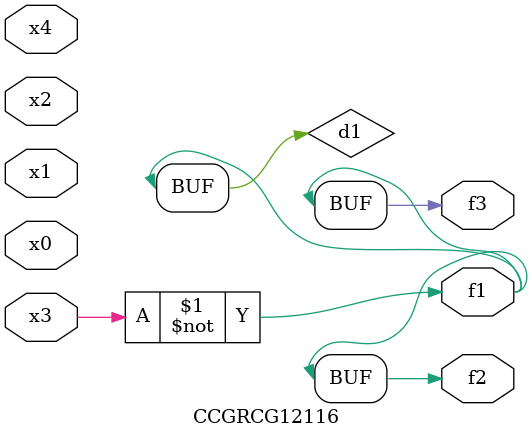
<source format=v>
module CCGRCG12116(
	input x0, x1, x2, x3, x4,
	output f1, f2, f3
);

	wire d1, d2;

	xnor (d1, x3);
	not (d2, x1);
	assign f1 = d1;
	assign f2 = d1;
	assign f3 = d1;
endmodule

</source>
